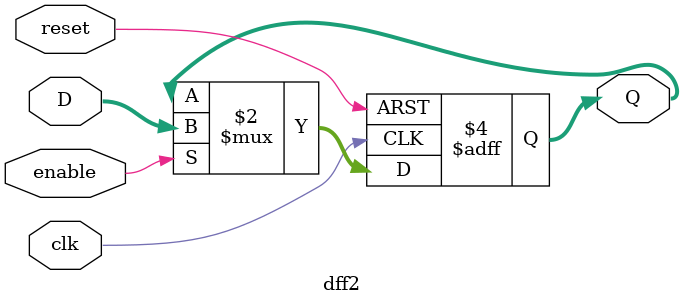
<source format=v>
module dff2 (
    input  [1:0] D,          // 2-bit data input
    output reg [1:0] Q,          // 2-bit data output
    input wire clk,               // Clock input
    input wire reset,             // Asynchronous reset input
    input wire enable             // Enable input to control the latching of D
);

    always @(posedge clk or posedge reset) begin
        if (reset) 
            Q <= 2'b0;           // Reset the output to 0 when reset is active
        else if (enable) 
            Q <= D;              // Capture the input D when enable is active
        // If enable is 0, Q holds its previous value (no change)
    end

endmodule

</source>
